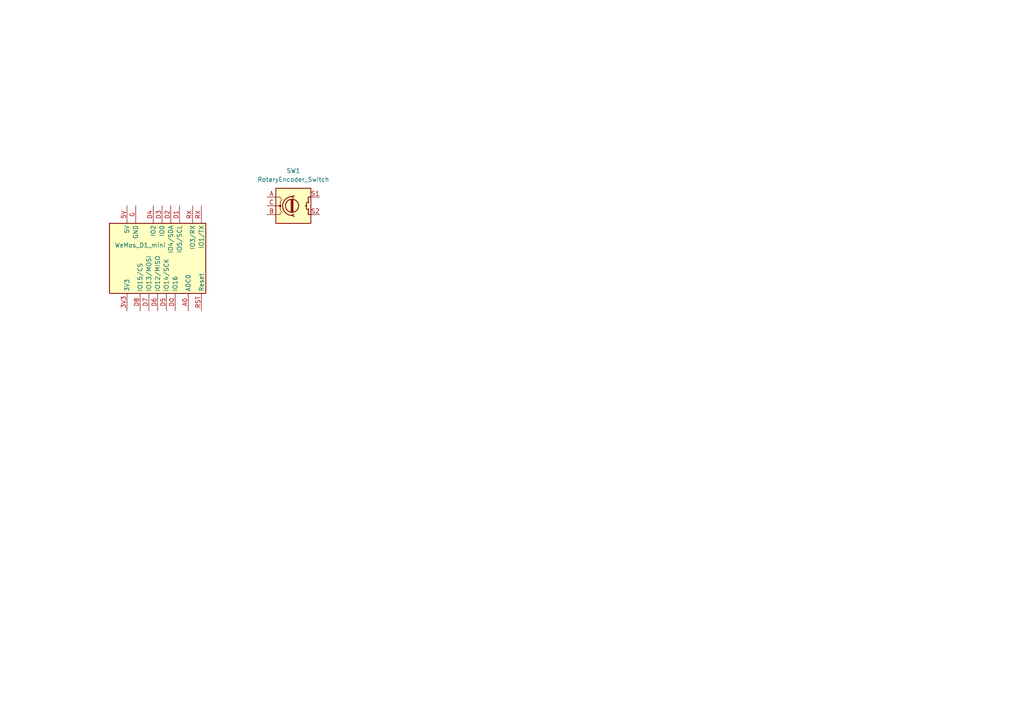
<source format=kicad_sch>
(kicad_sch (version 20230121) (generator eeschema)
  (paper "A4")
  (lib_symbols
    (symbol "Device:RotaryEncoder_Switch" (pin_names (offset 0.254) hide)
      (property "Reference" "SW" (at 0 6.604 0))
      (property "Value" "RotaryEncoder_Switch" (at 0 -6.604 0))
      (symbol "RotaryEncoder_Switch_0_1"
        (rectangle (start -5.08 5.08) (end 5.08 -5.08) (stroke (width 0.254)) (fill (type background)))
        (circle (center -3.81 0) (radius 0.254) (fill (type outline)))
        (circle (center -0.381 0) (radius 1.905) (stroke (width 0.254)))
        (arc (start -0.381 2.667) (mid -3.0988 -0.0635) (end -0.381 -2.794) (stroke (width 0.254)))
        (polyline (pts (xy -0.635 -1.778) (xy -0.635 1.778)) (stroke (width 0.254)))
        (polyline (pts (xy -0.381 -1.778) (xy -0.381 1.778)) (stroke (width 0.254)))
        (polyline (pts (xy -0.127 1.778) (xy -0.127 -1.778)) (stroke (width 0.254)))
        (polyline (pts (xy 3.81 0) (xy 3.429 0)) (stroke (width 0.254)))
        (polyline (pts (xy 3.81 1.016) (xy 3.81 -1.016)) (stroke (width 0.254)))
        (polyline (pts (xy -5.08 -2.54) (xy -3.81 -2.54) (xy -3.81 -2.032)))
        (polyline (pts (xy -5.08 2.54) (xy -3.81 2.54) (xy -3.81 2.032)))
        (polyline (pts (xy 0.254 -3.048) (xy -0.508 -2.794) (xy 0.127 -2.413)) (stroke (width 0.254)))
        (polyline (pts (xy 0.254 2.921) (xy -0.508 2.667) (xy 0.127 2.286)) (stroke (width 0.254)))
        (polyline (pts (xy 5.08 -2.54) (xy 4.318 -2.54) (xy 4.318 -1.016)) (stroke (width 0.254)))
        (polyline (pts (xy 5.08 2.54) (xy 4.318 2.54) (xy 4.318 1.016)) (stroke (width 0.254)))
        (polyline (pts (xy -5.08 0) (xy -3.81 0) (xy -3.81 -1.016) (xy -3.302 -2.032)))
        (polyline (pts (xy -4.318 0) (xy -3.81 0) (xy -3.81 1.016) (xy -3.302 2.032)))
        (circle (center 4.318 -1.016) (radius 0.127) (stroke (width 0.254)))
        (circle (center 4.318 1.016) (radius 0.127) (stroke (width 0.254)))
      )
      (symbol "RotaryEncoder_Switch_1_1"
        (pin passive line (at -7.62 2.54 0) (length 2.54) (name "A") (number "A"))
        (pin passive line (at -7.62 -2.54 0) (length 2.54) (name "B") (number "B"))
        (pin passive line (at -7.62 0 0) (length 2.54) (name "C") (number "C"))
        (pin passive line (at 7.62 2.54 180) (length 2.54) (name "S1") (number "S1"))
        (pin passive line (at 7.62 -2.54 180) (length 2.54) (name "S2") (number "S2"))
      )
    )
    (symbol "MCU_Module:WeMos_D1_mini"
      (property "Reference" "U1" (at -19.05 3.81 90))
      (property "Value" "WeMos_D1_mini" (at 6.35 8.89 90))
      (symbol "WeMos_D1_mini_1_1"
        (rectangle (start -7.62 17.78) (end 12.7 -10.16) (stroke (width 0.254)) (fill (type background)))
        (pin power_out line (at -12.7 12.7 0) (length 5.08) (name "3V3") (number "3V3"))
        (pin power_in line (at 17.78 12.7 180) (length 5.08) (name "5V") (number "5V"))
        (pin input line (at -12.7 -5.08 0) (length 5.08) (name "ADC0") (number "A0"))
        (pin bidirectional line (at -12.7 -1.27 0) (length 5.08) (name "IO16") (number "D0"))
        (pin bidirectional line (at 17.78 -2.54 180) (length 5.08) (name "IO5/SCL") (number "D1"))
        (pin bidirectional line (at 17.78 0 180) (length 5.08) (name "IO4/SDA") (number "D2"))
        (pin bidirectional line (at 17.78 2.54 180) (length 5.08) (name "IO0") (number "D3"))
        (pin bidirectional line (at 17.78 5.08 180) (length 5.08) (name "IO2") (number "D4"))
        (pin bidirectional line (at -12.7 1.27 0) (length 5.08) (name "IO14/SCK") (number "D5"))
        (pin bidirectional line (at -12.7 3.81 0) (length 5.08) (name "IO12/MISO") (number "D6"))
        (pin bidirectional line (at -12.7 6.35 0) (length 5.08) (name "IO13/MOSI") (number "D7"))
        (pin bidirectional line (at -12.7 8.89 0) (length 5.08) (name "IO15/CS") (number "D8"))
        (pin power_in line (at 17.78 10.16 180) (length 5.08) (name "GND") (number "G"))
        (pin input line (at -12.7 -8.89 0) (length 5.08) (name "Reset") (number "RST"))
        (pin bidirectional line (at 17.78 -8.89 180) (length 5.08) (name "IO1/TX") (number "RX"))
        (pin bidirectional line (at 17.78 -6.35 180) (length 5.08) (name "IO3/RX") (number "RX"))
      )
    )
  )
  (symbol (lib_id "Device:RotaryEncoder_Switch") (at 85.09 59.69 0) (unit 1)
    (property "Reference" "SW1" (at 85.09 49.53 0))
    (property "Value" "RotaryEncoder_Switch" (at 85.09 52.07 0))
  )
  (symbol (lib_id "MCU_Module:WeMos_D1_mini") (at 49.53 77.47 90) (unit 1)
    (property "Reference" "U1" (effects hide))
    (property "Value" "WeMos_D1_mini" (at 40.64 71.12 90))
    (property "Footprint" "Module:WEMOS_D1_mini_light" (effects hide))
    (property "Datasheet" "https://wiki.wemos.cc/products:d1:d1_mini#documentation" (effects hide))
  )
)
</source>
